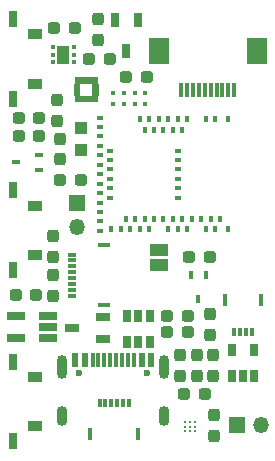
<source format=gbr>
%TF.GenerationSoftware,KiCad,Pcbnew,(5.99.0-8775-g06a515339c)*%
%TF.CreationDate,2021-02-12T19:12:04-05:00*%
%TF.ProjectId,mk2,6d6b322e-6b69-4636-9164-5f7063625858,rev?*%
%TF.SameCoordinates,Original*%
%TF.FileFunction,Soldermask,Top*%
%TF.FilePolarity,Negative*%
%FSLAX46Y46*%
G04 Gerber Fmt 4.6, Leading zero omitted, Abs format (unit mm)*
G04 Created by KiCad (PCBNEW (5.99.0-8775-g06a515339c)) date 2021-02-12 19:12:04*
%MOMM*%
%LPD*%
G01*
G04 APERTURE LIST*
G04 Aperture macros list*
%AMRoundRect*
0 Rectangle with rounded corners*
0 $1 Rounding radius*
0 $2 $3 $4 $5 $6 $7 $8 $9 X,Y pos of 4 corners*
0 Add a 4 corners polygon primitive as box body*
4,1,4,$2,$3,$4,$5,$6,$7,$8,$9,$2,$3,0*
0 Add four circle primitives for the rounded corners*
1,1,$1+$1,$2,$3*
1,1,$1+$1,$4,$5*
1,1,$1+$1,$6,$7*
1,1,$1+$1,$8,$9*
0 Add four rect primitives between the rounded corners*
20,1,$1+$1,$2,$3,$4,$5,0*
20,1,$1+$1,$4,$5,$6,$7,0*
20,1,$1+$1,$6,$7,$8,$9,0*
20,1,$1+$1,$8,$9,$2,$3,0*%
G04 Aperture macros list end*
%ADD10C,0.010000*%
%ADD11RoundRect,0.237500X0.287500X0.237500X-0.287500X0.237500X-0.287500X-0.237500X0.287500X-0.237500X0*%
%ADD12RoundRect,0.237500X-0.237500X0.287500X-0.237500X-0.287500X0.237500X-0.287500X0.237500X0.287500X0*%
%ADD13C,0.229500*%
%ADD14RoundRect,0.237500X0.237500X-0.287500X0.237500X0.287500X-0.237500X0.287500X-0.237500X-0.287500X0*%
%ADD15R,0.400000X0.600000*%
%ADD16R,0.600000X0.400000*%
%ADD17R,0.650000X1.060000*%
%ADD18R,1.220000X0.650000*%
%ADD19R,0.700000X0.450000*%
%ADD20R,0.650000X1.220000*%
%ADD21R,1.500000X1.000000*%
%ADD22R,1.270000X0.900000*%
%ADD23R,0.800000X1.450000*%
%ADD24R,0.300000X1.300000*%
%ADD25R,1.800000X2.200000*%
%ADD26R,0.300000X0.700000*%
%ADD27R,0.300000X1.000000*%
%ADD28RoundRect,0.237500X-0.287500X-0.237500X0.287500X-0.237500X0.287500X0.237500X-0.287500X0.237500X0*%
%ADD29R,0.400000X0.420000*%
%ADD30R,1.350000X1.350000*%
%ADD31O,1.350000X1.350000*%
%ADD32R,0.450000X0.700000*%
%ADD33RoundRect,0.093750X0.093750X0.106250X-0.093750X0.106250X-0.093750X-0.106250X0.093750X-0.106250X0*%
%ADD34R,1.000000X1.600000*%
%ADD35R,1.100000X1.050000*%
%ADD36C,0.600000*%
%ADD37R,0.600000X1.160000*%
%ADD38R,0.300000X1.160000*%
%ADD39O,0.900000X2.000000*%
%ADD40O,0.900000X1.700000*%
%ADD41R,0.700000X0.300000*%
%ADD42R,1.000000X0.300000*%
%ADD43R,1.560000X0.650000*%
G04 APERTURE END LIST*
D10*
%TO.C,U4*%
X19227000Y-20304000D02*
X19227000Y-19854000D01*
X19227000Y-19854000D02*
X19627000Y-19854000D01*
X19627000Y-19854000D02*
X19627000Y-20304000D01*
X19627000Y-20304000D02*
X19227000Y-20304000D01*
G36*
X19627000Y-20304000D02*
G01*
X19227000Y-20304000D01*
X19227000Y-19854000D01*
X19627000Y-19854000D01*
X19627000Y-20304000D01*
G37*
X19627000Y-20304000D02*
X19227000Y-20304000D01*
X19227000Y-19854000D01*
X19627000Y-19854000D01*
X19627000Y-20304000D01*
X18177000Y-19254000D02*
X18177000Y-18854000D01*
X18177000Y-18854000D02*
X18627000Y-18854000D01*
X18627000Y-18854000D02*
X18627000Y-19254000D01*
X18627000Y-19254000D02*
X18177000Y-19254000D01*
G36*
X18627000Y-19254000D02*
G01*
X18177000Y-19254000D01*
X18177000Y-18854000D01*
X18627000Y-18854000D01*
X18627000Y-19254000D01*
G37*
X18627000Y-19254000D02*
X18177000Y-19254000D01*
X18177000Y-18854000D01*
X18627000Y-18854000D01*
X18627000Y-19254000D01*
X19727000Y-19754000D02*
X19727000Y-19354000D01*
X19727000Y-19354000D02*
X20177000Y-19354000D01*
X20177000Y-19354000D02*
X20177000Y-19754000D01*
X20177000Y-19754000D02*
X19727000Y-19754000D01*
G36*
X20177000Y-19754000D02*
G01*
X19727000Y-19754000D01*
X19727000Y-19354000D01*
X20177000Y-19354000D01*
X20177000Y-19754000D01*
G37*
X20177000Y-19754000D02*
X19727000Y-19754000D01*
X19727000Y-19354000D01*
X20177000Y-19354000D01*
X20177000Y-19754000D01*
X19727000Y-18754000D02*
X19727000Y-18304000D01*
X19727000Y-18304000D02*
X20127000Y-18304000D01*
X20127000Y-18304000D02*
X20127000Y-18754000D01*
X20127000Y-18754000D02*
X19727000Y-18754000D01*
G36*
X20127000Y-18754000D02*
G01*
X19727000Y-18754000D01*
X19727000Y-18304000D01*
X20127000Y-18304000D01*
X20127000Y-18754000D01*
G37*
X20127000Y-18754000D02*
X19727000Y-18754000D01*
X19727000Y-18304000D01*
X20127000Y-18304000D01*
X20127000Y-18754000D01*
X18727000Y-18754000D02*
X18727000Y-18304000D01*
X18727000Y-18304000D02*
X19127000Y-18304000D01*
X19127000Y-18304000D02*
X19127000Y-18754000D01*
X19127000Y-18754000D02*
X18727000Y-18754000D01*
G36*
X19127000Y-18754000D02*
G01*
X18727000Y-18754000D01*
X18727000Y-18304000D01*
X19127000Y-18304000D01*
X19127000Y-18754000D01*
G37*
X19127000Y-18754000D02*
X18727000Y-18754000D01*
X18727000Y-18304000D01*
X19127000Y-18304000D01*
X19127000Y-18754000D01*
X19727000Y-20304000D02*
X19727000Y-19854000D01*
X19727000Y-19854000D02*
X20127000Y-19854000D01*
X20127000Y-19854000D02*
X20127000Y-20304000D01*
X20127000Y-20304000D02*
X19727000Y-20304000D01*
G36*
X20127000Y-20304000D02*
G01*
X19727000Y-20304000D01*
X19727000Y-19854000D01*
X20127000Y-19854000D01*
X20127000Y-20304000D01*
G37*
X20127000Y-20304000D02*
X19727000Y-20304000D01*
X19727000Y-19854000D01*
X20127000Y-19854000D01*
X20127000Y-20304000D01*
X18227000Y-18754000D02*
X18227000Y-18304000D01*
X18227000Y-18304000D02*
X18627000Y-18304000D01*
X18627000Y-18304000D02*
X18627000Y-18754000D01*
X18627000Y-18754000D02*
X18227000Y-18754000D01*
G36*
X18627000Y-18754000D02*
G01*
X18227000Y-18754000D01*
X18227000Y-18304000D01*
X18627000Y-18304000D01*
X18627000Y-18754000D01*
G37*
X18627000Y-18754000D02*
X18227000Y-18754000D01*
X18227000Y-18304000D01*
X18627000Y-18304000D01*
X18627000Y-18754000D01*
X19727000Y-19254000D02*
X19727000Y-18854000D01*
X19727000Y-18854000D02*
X20177000Y-18854000D01*
X20177000Y-18854000D02*
X20177000Y-19254000D01*
X20177000Y-19254000D02*
X19727000Y-19254000D01*
G36*
X20177000Y-19254000D02*
G01*
X19727000Y-19254000D01*
X19727000Y-18854000D01*
X20177000Y-18854000D01*
X20177000Y-19254000D01*
G37*
X20177000Y-19254000D02*
X19727000Y-19254000D01*
X19727000Y-18854000D01*
X20177000Y-18854000D01*
X20177000Y-19254000D01*
X18177000Y-19754000D02*
X18177000Y-19354000D01*
X18177000Y-19354000D02*
X18627000Y-19354000D01*
X18627000Y-19354000D02*
X18627000Y-19754000D01*
X18627000Y-19754000D02*
X18177000Y-19754000D01*
G36*
X18627000Y-19754000D02*
G01*
X18177000Y-19754000D01*
X18177000Y-19354000D01*
X18627000Y-19354000D01*
X18627000Y-19754000D01*
G37*
X18627000Y-19754000D02*
X18177000Y-19754000D01*
X18177000Y-19354000D01*
X18627000Y-19354000D01*
X18627000Y-19754000D01*
X19227000Y-18754000D02*
X19227000Y-18304000D01*
X19227000Y-18304000D02*
X19627000Y-18304000D01*
X19627000Y-18304000D02*
X19627000Y-18754000D01*
X19627000Y-18754000D02*
X19227000Y-18754000D01*
G36*
X19627000Y-18754000D02*
G01*
X19227000Y-18754000D01*
X19227000Y-18304000D01*
X19627000Y-18304000D01*
X19627000Y-18754000D01*
G37*
X19627000Y-18754000D02*
X19227000Y-18754000D01*
X19227000Y-18304000D01*
X19627000Y-18304000D01*
X19627000Y-18754000D01*
X18727000Y-20304000D02*
X18727000Y-19854000D01*
X18727000Y-19854000D02*
X19127000Y-19854000D01*
X19127000Y-19854000D02*
X19127000Y-20304000D01*
X19127000Y-20304000D02*
X18727000Y-20304000D01*
G36*
X19127000Y-20304000D02*
G01*
X18727000Y-20304000D01*
X18727000Y-19854000D01*
X19127000Y-19854000D01*
X19127000Y-20304000D01*
G37*
X19127000Y-20304000D02*
X18727000Y-20304000D01*
X18727000Y-19854000D01*
X19127000Y-19854000D01*
X19127000Y-20304000D01*
X18227000Y-20304000D02*
X18227000Y-19854000D01*
X18227000Y-19854000D02*
X18627000Y-19854000D01*
X18627000Y-19854000D02*
X18627000Y-20304000D01*
X18627000Y-20304000D02*
X18227000Y-20304000D01*
G36*
X18627000Y-20304000D02*
G01*
X18227000Y-20304000D01*
X18227000Y-19854000D01*
X18627000Y-19854000D01*
X18627000Y-20304000D01*
G37*
X18627000Y-20304000D02*
X18227000Y-20304000D01*
X18227000Y-19854000D01*
X18627000Y-19854000D01*
X18627000Y-20304000D01*
%TD*%
D11*
%TO.C,R4*%
X27799000Y-39878000D03*
X26049000Y-39878000D03*
%TD*%
%TO.C,R13*%
X29704000Y-33528000D03*
X27954000Y-33528000D03*
%TD*%
D12*
%TO.C,R14*%
X29718000Y-38368000D03*
X29718000Y-40118000D03*
%TD*%
D13*
%TO.C,U6*%
X27600000Y-47477000D03*
X28000000Y-47477000D03*
X28400000Y-47477000D03*
X27600000Y-47877000D03*
X28000000Y-47877000D03*
X28400000Y-47877000D03*
X27600000Y-48277000D03*
X28000000Y-48277000D03*
X28400000Y-48277000D03*
%TD*%
D14*
%TO.C,C4*%
X16383000Y-36816000D03*
X16383000Y-35066000D03*
%TD*%
D11*
%TO.C,C9*%
X24370000Y-18288000D03*
X22620000Y-18288000D03*
%TD*%
D14*
%TO.C,C8*%
X20193000Y-15099000D03*
X20193000Y-13349000D03*
%TD*%
D11*
%TO.C,R15*%
X15250000Y-23250000D03*
X13500000Y-23250000D03*
%TD*%
D15*
%TO.C,IC1*%
X31250000Y-21850000D03*
X30150000Y-21850000D03*
X29350000Y-21850000D03*
X27750000Y-21850000D03*
X27350000Y-22750000D03*
X26950000Y-21850000D03*
X26550000Y-22750000D03*
X26150000Y-21850000D03*
X25750000Y-22750000D03*
X25350000Y-21850000D03*
X24950000Y-22750000D03*
X24550000Y-21850000D03*
X24150000Y-22750000D03*
X23750000Y-21850000D03*
D16*
X20350000Y-21700000D03*
X20350000Y-22500000D03*
X20350000Y-23300000D03*
X20350000Y-24100000D03*
X21250000Y-24500000D03*
X20350000Y-24900000D03*
X21250000Y-25300000D03*
X20350000Y-25700000D03*
X21250000Y-26100000D03*
X20350000Y-26500000D03*
X21250000Y-26900000D03*
X20350000Y-27300000D03*
X21250000Y-27700000D03*
X20350000Y-28100000D03*
X21250000Y-28500000D03*
X20350000Y-28900000D03*
X20350000Y-29700000D03*
X20350000Y-30500000D03*
X20350000Y-31300000D03*
D15*
X21350000Y-31150000D03*
X22150000Y-31150000D03*
X22550000Y-30250000D03*
X22950000Y-31150000D03*
X23350000Y-30250000D03*
X23750000Y-31150000D03*
X24150000Y-30250000D03*
X24550000Y-31150000D03*
X24950000Y-30250000D03*
X25750000Y-30250000D03*
X26150000Y-31150000D03*
X26550000Y-30250000D03*
X26950000Y-31150000D03*
X27350000Y-30250000D03*
X27750000Y-31150000D03*
X28150000Y-30250000D03*
X28950000Y-30250000D03*
X29350000Y-31150000D03*
X29750000Y-30250000D03*
X30150000Y-31150000D03*
X30550000Y-30250000D03*
X31250000Y-31150000D03*
D16*
X26950000Y-24500000D03*
X26950000Y-25300000D03*
X26950000Y-26100000D03*
X26950000Y-26900000D03*
X26950000Y-27700000D03*
X26950000Y-28500000D03*
%TD*%
D17*
%TO.C,U3*%
X31550000Y-43600000D03*
X32500000Y-43600000D03*
X33450000Y-43600000D03*
X33450000Y-41400000D03*
X31550000Y-41400000D03*
%TD*%
D14*
%TO.C,C10*%
X30000000Y-48627000D03*
X30000000Y-46877000D03*
%TD*%
D18*
%TO.C,D1*%
X20620000Y-40450000D03*
X20620000Y-38550000D03*
X18000000Y-39500000D03*
%TD*%
D19*
%TO.C,Q4*%
X15250000Y-26150000D03*
X15250000Y-24850000D03*
X13250000Y-25500000D03*
%TD*%
D11*
%TO.C,C20*%
X29250000Y-45127000D03*
X27500000Y-45127000D03*
%TD*%
D17*
%TO.C,U5*%
X24572000Y-38524000D03*
X23622000Y-38524000D03*
X22672000Y-38524000D03*
X22672000Y-40724000D03*
X23622000Y-40724000D03*
X24572000Y-40724000D03*
%TD*%
D20*
%TO.C,D2*%
X23556000Y-13422000D03*
X21656000Y-13422000D03*
X22606000Y-16042000D03*
%TD*%
D21*
%TO.C,JP2*%
X25400000Y-32878000D03*
X25400000Y-34178000D03*
%TD*%
D22*
%TO.C,SW2*%
X14885000Y-14650000D03*
X14885000Y-18850000D03*
D23*
X13000000Y-13375000D03*
X13000000Y-20125000D03*
%TD*%
D24*
%TO.C,J1*%
X31750000Y-19350000D03*
X31250000Y-19350000D03*
X30750000Y-19350000D03*
X30250000Y-19350000D03*
X29750000Y-19350000D03*
X29250000Y-19350000D03*
X28750000Y-19350000D03*
X28250000Y-19350000D03*
X27750000Y-19350000D03*
X27250000Y-19350000D03*
D25*
X25350000Y-16100000D03*
X33650000Y-16100000D03*
%TD*%
D26*
%TO.C,J7*%
X20340000Y-45844000D03*
X20840000Y-45844000D03*
X21340000Y-45844000D03*
X21840000Y-45844000D03*
X22340000Y-45844000D03*
X22840000Y-45844000D03*
D27*
X19550000Y-48494000D03*
X23630000Y-48494000D03*
%TD*%
D12*
%TO.C,R9*%
X29972000Y-41797000D03*
X29972000Y-43547000D03*
%TD*%
D26*
%TO.C,J4*%
X33250000Y-39825000D03*
X32750000Y-39825000D03*
X32250000Y-39825000D03*
X31750000Y-39825000D03*
D27*
X34040000Y-37175000D03*
X30960000Y-37175000D03*
%TD*%
D12*
%TO.C,C2*%
X17000000Y-23500000D03*
X17000000Y-25250000D03*
%TD*%
D28*
%TO.C,C5*%
X19445000Y-16764000D03*
X21195000Y-16764000D03*
%TD*%
D29*
%TO.C,IC2*%
X24210000Y-19616000D03*
X23310000Y-19616000D03*
X22410000Y-19616000D03*
X21510000Y-19616000D03*
X21510000Y-20516000D03*
X22410000Y-20516000D03*
X23310000Y-20516000D03*
X24210000Y-20516000D03*
%TD*%
D30*
%TO.C,BT1*%
X32000000Y-47750000D03*
D31*
X34000000Y-47750000D03*
%TD*%
D22*
%TO.C,SW4*%
X14885000Y-43650000D03*
X14885000Y-47850000D03*
D23*
X13000000Y-42375000D03*
X13000000Y-49125000D03*
%TD*%
D11*
%TO.C,C6*%
X18274000Y-14097000D03*
X16524000Y-14097000D03*
%TD*%
D32*
%TO.C,Q3*%
X29352000Y-35068000D03*
X28052000Y-35068000D03*
X28702000Y-37068000D03*
%TD*%
D33*
%TO.C,U1*%
X18140500Y-17033000D03*
X18140500Y-16383000D03*
X18140500Y-15733000D03*
X16365500Y-15733000D03*
X16365500Y-16383000D03*
X16365500Y-17033000D03*
D34*
X17253000Y-16383000D03*
%TD*%
D35*
%TO.C,Y1*%
X18750000Y-24425000D03*
X18750000Y-22575000D03*
%TD*%
D36*
%TO.C,J2*%
X18610000Y-43300000D03*
X24390000Y-43300000D03*
D37*
X18300000Y-42240000D03*
X19100000Y-42240000D03*
D38*
X20250000Y-42240000D03*
X21250000Y-42240000D03*
X21750000Y-42240000D03*
X22750000Y-42240000D03*
D37*
X23900000Y-42240000D03*
X24700000Y-42240000D03*
D38*
X23250000Y-42240000D03*
X22250000Y-42240000D03*
X20750000Y-42240000D03*
X19750000Y-42240000D03*
D39*
X25820000Y-42820000D03*
D40*
X25820000Y-46990000D03*
D39*
X17180000Y-42820000D03*
D40*
X17180000Y-46990000D03*
%TD*%
D12*
%TO.C,C7*%
X16383000Y-31764000D03*
X16383000Y-33514000D03*
%TD*%
D11*
%TO.C,R3*%
X27799000Y-38481000D03*
X26049000Y-38481000D03*
%TD*%
D14*
%TO.C,R11*%
X27178000Y-43547000D03*
X27178000Y-41797000D03*
%TD*%
D11*
%TO.C,R16*%
X15250000Y-21750000D03*
X13500000Y-21750000D03*
%TD*%
D41*
%TO.C,J5*%
X18030000Y-36802000D03*
X18030000Y-36302000D03*
X18030000Y-35802000D03*
X18030000Y-35302000D03*
X18030000Y-34802000D03*
X18030000Y-34302000D03*
X18030000Y-33802000D03*
X18030000Y-33302000D03*
D42*
X20680000Y-37592000D03*
X20680000Y-32512000D03*
%TD*%
D11*
%TO.C,C3*%
X18750000Y-27000000D03*
X17000000Y-27000000D03*
%TD*%
D22*
%TO.C,SW1*%
X14885000Y-29150000D03*
X14885000Y-33350000D03*
D23*
X13000000Y-27875000D03*
X13000000Y-34625000D03*
%TD*%
D30*
%TO.C,J3*%
X18415000Y-28972000D03*
D31*
X18415000Y-30972000D03*
%TD*%
D14*
%TO.C,R12*%
X28575000Y-43547000D03*
X28575000Y-41797000D03*
%TD*%
D43*
%TO.C,U2*%
X15950000Y-40400000D03*
X15950000Y-39450000D03*
X15950000Y-38500000D03*
X13250000Y-38500000D03*
X13250000Y-40400000D03*
%TD*%
D28*
%TO.C,L1*%
X13250000Y-36750000D03*
X15000000Y-36750000D03*
%TD*%
D12*
%TO.C,C1*%
X16750000Y-20250000D03*
X16750000Y-22000000D03*
%TD*%
M02*

</source>
